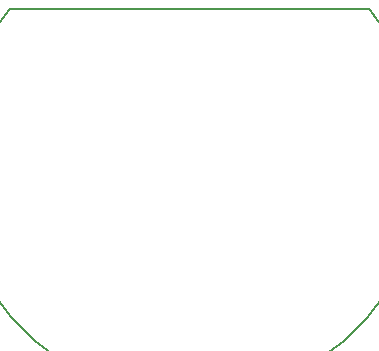
<source format=gm1>
G04 #@! TF.FileFunction,Profile,NP*
%FSLAX46Y46*%
G04 Gerber Fmt 4.6, Leading zero omitted, Abs format (unit mm)*
G04 Created by KiCad (PCBNEW 4.0.2+e4-6225~38~ubuntu14.04.1-stable) date Wed 20 Jul 2016 03:53:55 BST*
%MOMM*%
G01*
G04 APERTURE LIST*
%ADD10C,0.100000*%
%ADD11C,0.150000*%
G04 APERTURE END LIST*
D10*
D11*
X84800000Y-87000000D02*
X115200000Y-87000000D01*
X84800000Y-87000000D02*
G75*
G03X115200000Y-87000000I15200000J-13000000D01*
G01*
M02*

</source>
